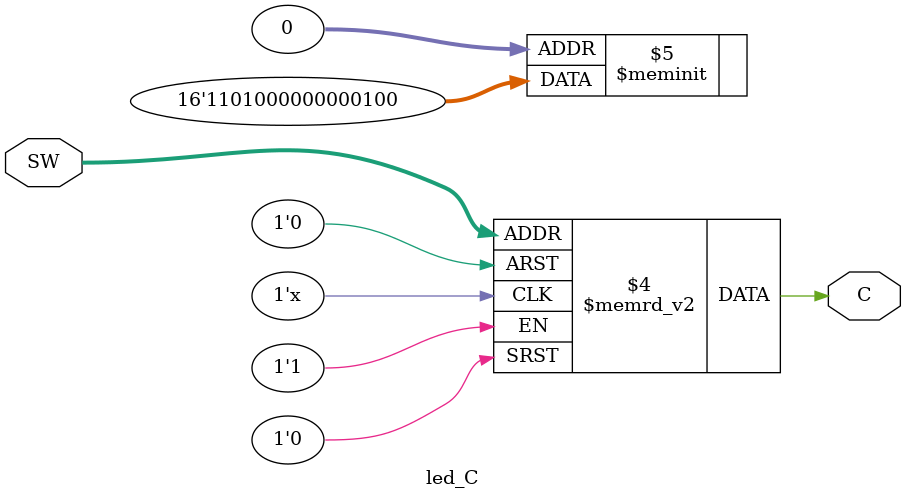
<source format=v>
module led_C (input [0:3] SW,
              output reg C);
always @ (*) begin
	case(SW)
    0: C=~1;
	1: C=~1;
	2: C=~0;
	3: C=~1;
	4: C=~1;
	5: C=~1;
	6: C=~1;
	7: C=~1;
	8: C=~1;
	9: C=~1;
	10: C=~1;
	11: C=~1;
	12: C=~0;
	13: C=~1;
	14: C=~0;
	15: C=~0;
	endcase
end            
endmodule
</source>
